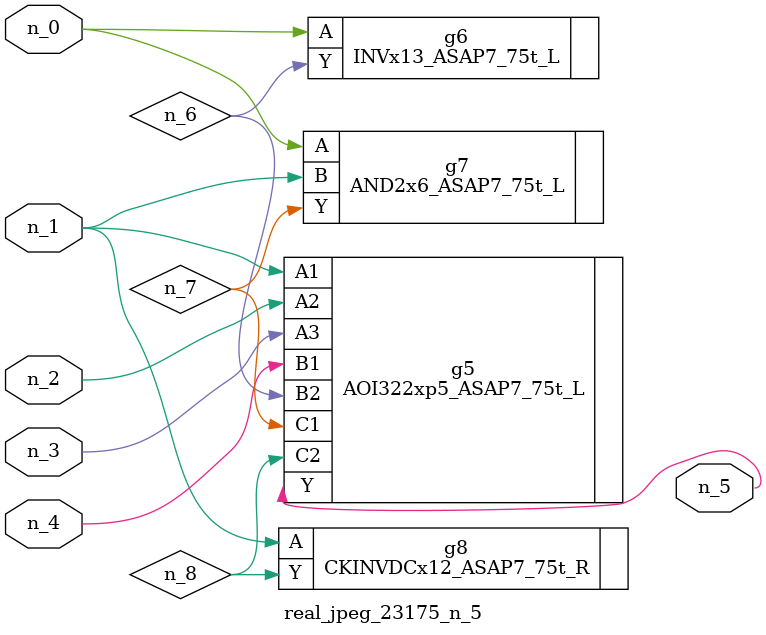
<source format=v>
module real_jpeg_23175_n_5 (n_4, n_0, n_1, n_2, n_3, n_5);

input n_4;
input n_0;
input n_1;
input n_2;
input n_3;

output n_5;

wire n_8;
wire n_6;
wire n_7;

INVx13_ASAP7_75t_L g6 ( 
.A(n_0),
.Y(n_6)
);

AND2x6_ASAP7_75t_L g7 ( 
.A(n_0),
.B(n_1),
.Y(n_7)
);

AOI322xp5_ASAP7_75t_L g5 ( 
.A1(n_1),
.A2(n_2),
.A3(n_3),
.B1(n_4),
.B2(n_6),
.C1(n_7),
.C2(n_8),
.Y(n_5)
);

CKINVDCx12_ASAP7_75t_R g8 ( 
.A(n_1),
.Y(n_8)
);


endmodule
</source>
